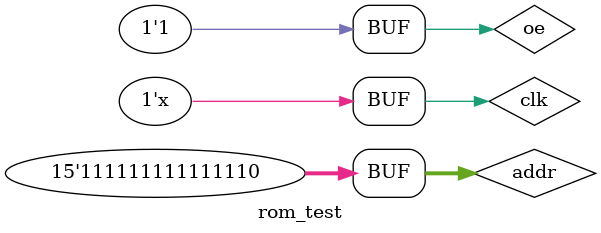
<source format=v>
`timescale 1ns / 1ps


module rom_test;

	// Inputs
	reg clk;
	reg [14:0] addr;
	reg oe;

	// Outputs
	wire [7:0] data;

	// Instantiate the Unit Under Test (UUT)
	ROM_23256 uut (
		.clk(clk), 
		.addr(addr), 
		.data(data), 
		.oe(oe)
	);

	initial begin
		// Initialize Inputs
		clk = 0;
		addr = 0;
		oe = 0;

		// Wait 100 ns for global reset to finish
		#100;
        
		// Add stimulus here
		oe = 1;
		addr = 0;
		#10;
		addr = 1;
		#10;
		addr = 2;
		#10;
		oe = 0;
		#10
		addr = 15'h7FFE;
		#20;
		oe = 1;
	end
      
	always #5
		clk = ~clk;
		
endmodule


</source>
